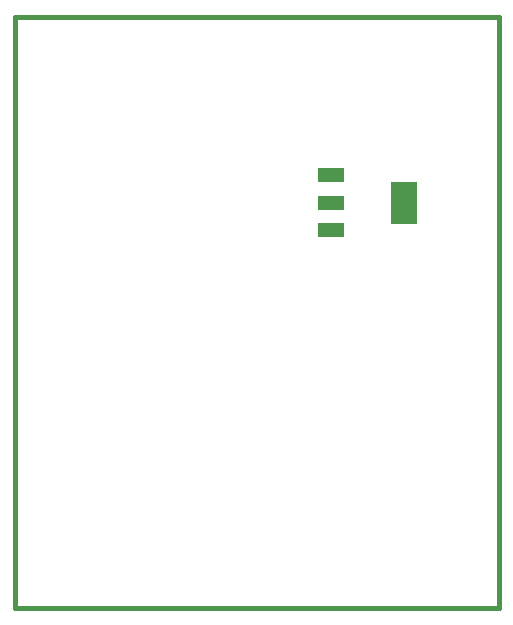
<source format=gbp>
G75*
%MOIN*%
%OFA0B0*%
%FSLAX24Y24*%
%IPPOS*%
%LPD*%
%AMOC8*
5,1,8,0,0,1.08239X$1,22.5*
%
%ADD10C,0.0160*%
%ADD11R,0.0880X0.0480*%
%ADD12R,0.0866X0.1417*%
D10*
X002057Y000848D02*
X018199Y000848D01*
X018199Y020533D01*
X002057Y020533D01*
X002057Y000848D01*
D11*
X012609Y013442D03*
X012609Y014352D03*
X012609Y015261D03*
D12*
X015049Y014352D03*
M02*

</source>
